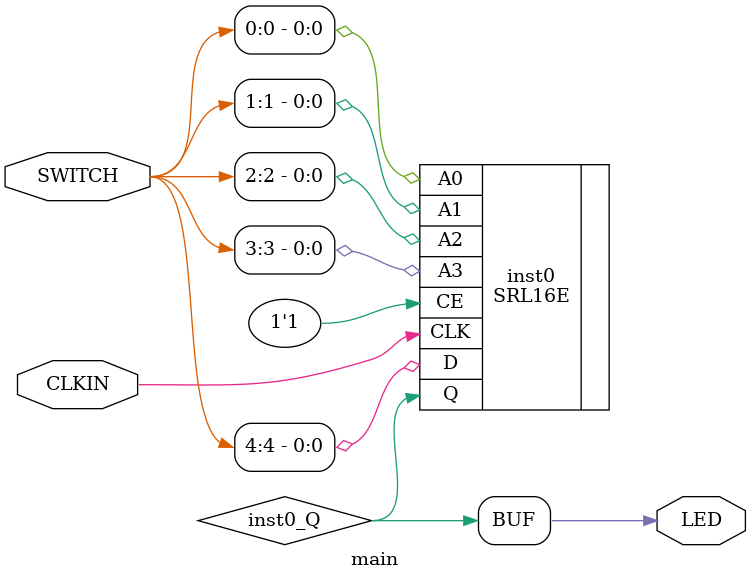
<source format=v>
module main (output [0:0] LED, input [4:0] SWITCH, input  CLKIN);
wire  inst0_Q;
SRL16E #(.INIT(16'h0001)) inst0 (.A0(SWITCH[0]), .A1(SWITCH[1]), .A2(SWITCH[2]), .A3(SWITCH[3]), .D(SWITCH[4]), .Q(inst0_Q), .CE(1'b1), .CLK(CLKIN));
assign LED = {inst0_Q};
endmodule


</source>
